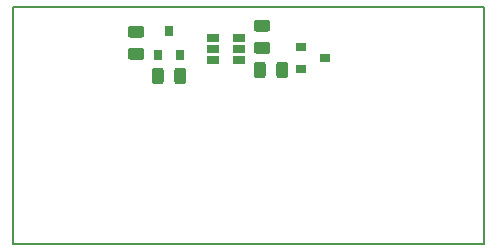
<source format=gbr>
%TF.GenerationSoftware,KiCad,Pcbnew,(5.0.0)*%
%TF.CreationDate,2019-10-30T12:42:45-05:00*%
%TF.ProjectId,Light-Up Hat,4C696768742D5570204861742E6B6963,rev?*%
%TF.SameCoordinates,Original*%
%TF.FileFunction,Paste,Top*%
%TF.FilePolarity,Positive*%
%FSLAX46Y46*%
G04 Gerber Fmt 4.6, Leading zero omitted, Abs format (unit mm)*
G04 Created by KiCad (PCBNEW (5.0.0)) date 10/30/19 12:42:45*
%MOMM*%
%LPD*%
G01*
G04 APERTURE LIST*
%ADD10C,0.200000*%
%ADD11C,0.100000*%
%ADD12C,0.975000*%
%ADD13R,1.060000X0.650000*%
%ADD14R,0.900000X0.800000*%
%ADD15R,0.800000X0.900000*%
G04 APERTURE END LIST*
D10*
X124460000Y-111506000D02*
X124460000Y-91440000D01*
X164338000Y-111506000D02*
X124460000Y-111506000D01*
X164338000Y-91440000D02*
X164338000Y-111506000D01*
X124460000Y-91440000D02*
X164338000Y-91440000D01*
D11*
G36*
X135354142Y-93064174D02*
X135377803Y-93067684D01*
X135401007Y-93073496D01*
X135423529Y-93081554D01*
X135445153Y-93091782D01*
X135465670Y-93104079D01*
X135484883Y-93118329D01*
X135502607Y-93134393D01*
X135518671Y-93152117D01*
X135532921Y-93171330D01*
X135545218Y-93191847D01*
X135555446Y-93213471D01*
X135563504Y-93235993D01*
X135569316Y-93259197D01*
X135572826Y-93282858D01*
X135574000Y-93306750D01*
X135574000Y-93794250D01*
X135572826Y-93818142D01*
X135569316Y-93841803D01*
X135563504Y-93865007D01*
X135555446Y-93887529D01*
X135545218Y-93909153D01*
X135532921Y-93929670D01*
X135518671Y-93948883D01*
X135502607Y-93966607D01*
X135484883Y-93982671D01*
X135465670Y-93996921D01*
X135445153Y-94009218D01*
X135423529Y-94019446D01*
X135401007Y-94027504D01*
X135377803Y-94033316D01*
X135354142Y-94036826D01*
X135330250Y-94038000D01*
X134417750Y-94038000D01*
X134393858Y-94036826D01*
X134370197Y-94033316D01*
X134346993Y-94027504D01*
X134324471Y-94019446D01*
X134302847Y-94009218D01*
X134282330Y-93996921D01*
X134263117Y-93982671D01*
X134245393Y-93966607D01*
X134229329Y-93948883D01*
X134215079Y-93929670D01*
X134202782Y-93909153D01*
X134192554Y-93887529D01*
X134184496Y-93865007D01*
X134178684Y-93841803D01*
X134175174Y-93818142D01*
X134174000Y-93794250D01*
X134174000Y-93306750D01*
X134175174Y-93282858D01*
X134178684Y-93259197D01*
X134184496Y-93235993D01*
X134192554Y-93213471D01*
X134202782Y-93191847D01*
X134215079Y-93171330D01*
X134229329Y-93152117D01*
X134245393Y-93134393D01*
X134263117Y-93118329D01*
X134282330Y-93104079D01*
X134302847Y-93091782D01*
X134324471Y-93081554D01*
X134346993Y-93073496D01*
X134370197Y-93067684D01*
X134393858Y-93064174D01*
X134417750Y-93063000D01*
X135330250Y-93063000D01*
X135354142Y-93064174D01*
X135354142Y-93064174D01*
G37*
D12*
X134874000Y-93550500D03*
D11*
G36*
X135354142Y-94939174D02*
X135377803Y-94942684D01*
X135401007Y-94948496D01*
X135423529Y-94956554D01*
X135445153Y-94966782D01*
X135465670Y-94979079D01*
X135484883Y-94993329D01*
X135502607Y-95009393D01*
X135518671Y-95027117D01*
X135532921Y-95046330D01*
X135545218Y-95066847D01*
X135555446Y-95088471D01*
X135563504Y-95110993D01*
X135569316Y-95134197D01*
X135572826Y-95157858D01*
X135574000Y-95181750D01*
X135574000Y-95669250D01*
X135572826Y-95693142D01*
X135569316Y-95716803D01*
X135563504Y-95740007D01*
X135555446Y-95762529D01*
X135545218Y-95784153D01*
X135532921Y-95804670D01*
X135518671Y-95823883D01*
X135502607Y-95841607D01*
X135484883Y-95857671D01*
X135465670Y-95871921D01*
X135445153Y-95884218D01*
X135423529Y-95894446D01*
X135401007Y-95902504D01*
X135377803Y-95908316D01*
X135354142Y-95911826D01*
X135330250Y-95913000D01*
X134417750Y-95913000D01*
X134393858Y-95911826D01*
X134370197Y-95908316D01*
X134346993Y-95902504D01*
X134324471Y-95894446D01*
X134302847Y-95884218D01*
X134282330Y-95871921D01*
X134263117Y-95857671D01*
X134245393Y-95841607D01*
X134229329Y-95823883D01*
X134215079Y-95804670D01*
X134202782Y-95784153D01*
X134192554Y-95762529D01*
X134184496Y-95740007D01*
X134178684Y-95716803D01*
X134175174Y-95693142D01*
X134174000Y-95669250D01*
X134174000Y-95181750D01*
X134175174Y-95157858D01*
X134178684Y-95134197D01*
X134184496Y-95110993D01*
X134192554Y-95088471D01*
X134202782Y-95066847D01*
X134215079Y-95046330D01*
X134229329Y-95027117D01*
X134245393Y-95009393D01*
X134263117Y-94993329D01*
X134282330Y-94979079D01*
X134302847Y-94966782D01*
X134324471Y-94956554D01*
X134346993Y-94948496D01*
X134370197Y-94942684D01*
X134393858Y-94939174D01*
X134417750Y-94938000D01*
X135330250Y-94938000D01*
X135354142Y-94939174D01*
X135354142Y-94939174D01*
G37*
D12*
X134874000Y-95425500D03*
D11*
G36*
X136998142Y-96583174D02*
X137021803Y-96586684D01*
X137045007Y-96592496D01*
X137067529Y-96600554D01*
X137089153Y-96610782D01*
X137109670Y-96623079D01*
X137128883Y-96637329D01*
X137146607Y-96653393D01*
X137162671Y-96671117D01*
X137176921Y-96690330D01*
X137189218Y-96710847D01*
X137199446Y-96732471D01*
X137207504Y-96754993D01*
X137213316Y-96778197D01*
X137216826Y-96801858D01*
X137218000Y-96825750D01*
X137218000Y-97738250D01*
X137216826Y-97762142D01*
X137213316Y-97785803D01*
X137207504Y-97809007D01*
X137199446Y-97831529D01*
X137189218Y-97853153D01*
X137176921Y-97873670D01*
X137162671Y-97892883D01*
X137146607Y-97910607D01*
X137128883Y-97926671D01*
X137109670Y-97940921D01*
X137089153Y-97953218D01*
X137067529Y-97963446D01*
X137045007Y-97971504D01*
X137021803Y-97977316D01*
X136998142Y-97980826D01*
X136974250Y-97982000D01*
X136486750Y-97982000D01*
X136462858Y-97980826D01*
X136439197Y-97977316D01*
X136415993Y-97971504D01*
X136393471Y-97963446D01*
X136371847Y-97953218D01*
X136351330Y-97940921D01*
X136332117Y-97926671D01*
X136314393Y-97910607D01*
X136298329Y-97892883D01*
X136284079Y-97873670D01*
X136271782Y-97853153D01*
X136261554Y-97831529D01*
X136253496Y-97809007D01*
X136247684Y-97785803D01*
X136244174Y-97762142D01*
X136243000Y-97738250D01*
X136243000Y-96825750D01*
X136244174Y-96801858D01*
X136247684Y-96778197D01*
X136253496Y-96754993D01*
X136261554Y-96732471D01*
X136271782Y-96710847D01*
X136284079Y-96690330D01*
X136298329Y-96671117D01*
X136314393Y-96653393D01*
X136332117Y-96637329D01*
X136351330Y-96623079D01*
X136371847Y-96610782D01*
X136393471Y-96600554D01*
X136415993Y-96592496D01*
X136439197Y-96586684D01*
X136462858Y-96583174D01*
X136486750Y-96582000D01*
X136974250Y-96582000D01*
X136998142Y-96583174D01*
X136998142Y-96583174D01*
G37*
D12*
X136730500Y-97282000D03*
D11*
G36*
X138873142Y-96583174D02*
X138896803Y-96586684D01*
X138920007Y-96592496D01*
X138942529Y-96600554D01*
X138964153Y-96610782D01*
X138984670Y-96623079D01*
X139003883Y-96637329D01*
X139021607Y-96653393D01*
X139037671Y-96671117D01*
X139051921Y-96690330D01*
X139064218Y-96710847D01*
X139074446Y-96732471D01*
X139082504Y-96754993D01*
X139088316Y-96778197D01*
X139091826Y-96801858D01*
X139093000Y-96825750D01*
X139093000Y-97738250D01*
X139091826Y-97762142D01*
X139088316Y-97785803D01*
X139082504Y-97809007D01*
X139074446Y-97831529D01*
X139064218Y-97853153D01*
X139051921Y-97873670D01*
X139037671Y-97892883D01*
X139021607Y-97910607D01*
X139003883Y-97926671D01*
X138984670Y-97940921D01*
X138964153Y-97953218D01*
X138942529Y-97963446D01*
X138920007Y-97971504D01*
X138896803Y-97977316D01*
X138873142Y-97980826D01*
X138849250Y-97982000D01*
X138361750Y-97982000D01*
X138337858Y-97980826D01*
X138314197Y-97977316D01*
X138290993Y-97971504D01*
X138268471Y-97963446D01*
X138246847Y-97953218D01*
X138226330Y-97940921D01*
X138207117Y-97926671D01*
X138189393Y-97910607D01*
X138173329Y-97892883D01*
X138159079Y-97873670D01*
X138146782Y-97853153D01*
X138136554Y-97831529D01*
X138128496Y-97809007D01*
X138122684Y-97785803D01*
X138119174Y-97762142D01*
X138118000Y-97738250D01*
X138118000Y-96825750D01*
X138119174Y-96801858D01*
X138122684Y-96778197D01*
X138128496Y-96754993D01*
X138136554Y-96732471D01*
X138146782Y-96710847D01*
X138159079Y-96690330D01*
X138173329Y-96671117D01*
X138189393Y-96653393D01*
X138207117Y-96637329D01*
X138226330Y-96623079D01*
X138246847Y-96610782D01*
X138268471Y-96600554D01*
X138290993Y-96592496D01*
X138314197Y-96586684D01*
X138337858Y-96583174D01*
X138361750Y-96582000D01*
X138849250Y-96582000D01*
X138873142Y-96583174D01*
X138873142Y-96583174D01*
G37*
D12*
X138605500Y-97282000D03*
D11*
G36*
X146022142Y-94431174D02*
X146045803Y-94434684D01*
X146069007Y-94440496D01*
X146091529Y-94448554D01*
X146113153Y-94458782D01*
X146133670Y-94471079D01*
X146152883Y-94485329D01*
X146170607Y-94501393D01*
X146186671Y-94519117D01*
X146200921Y-94538330D01*
X146213218Y-94558847D01*
X146223446Y-94580471D01*
X146231504Y-94602993D01*
X146237316Y-94626197D01*
X146240826Y-94649858D01*
X146242000Y-94673750D01*
X146242000Y-95161250D01*
X146240826Y-95185142D01*
X146237316Y-95208803D01*
X146231504Y-95232007D01*
X146223446Y-95254529D01*
X146213218Y-95276153D01*
X146200921Y-95296670D01*
X146186671Y-95315883D01*
X146170607Y-95333607D01*
X146152883Y-95349671D01*
X146133670Y-95363921D01*
X146113153Y-95376218D01*
X146091529Y-95386446D01*
X146069007Y-95394504D01*
X146045803Y-95400316D01*
X146022142Y-95403826D01*
X145998250Y-95405000D01*
X145085750Y-95405000D01*
X145061858Y-95403826D01*
X145038197Y-95400316D01*
X145014993Y-95394504D01*
X144992471Y-95386446D01*
X144970847Y-95376218D01*
X144950330Y-95363921D01*
X144931117Y-95349671D01*
X144913393Y-95333607D01*
X144897329Y-95315883D01*
X144883079Y-95296670D01*
X144870782Y-95276153D01*
X144860554Y-95254529D01*
X144852496Y-95232007D01*
X144846684Y-95208803D01*
X144843174Y-95185142D01*
X144842000Y-95161250D01*
X144842000Y-94673750D01*
X144843174Y-94649858D01*
X144846684Y-94626197D01*
X144852496Y-94602993D01*
X144860554Y-94580471D01*
X144870782Y-94558847D01*
X144883079Y-94538330D01*
X144897329Y-94519117D01*
X144913393Y-94501393D01*
X144931117Y-94485329D01*
X144950330Y-94471079D01*
X144970847Y-94458782D01*
X144992471Y-94448554D01*
X145014993Y-94440496D01*
X145038197Y-94434684D01*
X145061858Y-94431174D01*
X145085750Y-94430000D01*
X145998250Y-94430000D01*
X146022142Y-94431174D01*
X146022142Y-94431174D01*
G37*
D12*
X145542000Y-94917500D03*
D11*
G36*
X146022142Y-92556174D02*
X146045803Y-92559684D01*
X146069007Y-92565496D01*
X146091529Y-92573554D01*
X146113153Y-92583782D01*
X146133670Y-92596079D01*
X146152883Y-92610329D01*
X146170607Y-92626393D01*
X146186671Y-92644117D01*
X146200921Y-92663330D01*
X146213218Y-92683847D01*
X146223446Y-92705471D01*
X146231504Y-92727993D01*
X146237316Y-92751197D01*
X146240826Y-92774858D01*
X146242000Y-92798750D01*
X146242000Y-93286250D01*
X146240826Y-93310142D01*
X146237316Y-93333803D01*
X146231504Y-93357007D01*
X146223446Y-93379529D01*
X146213218Y-93401153D01*
X146200921Y-93421670D01*
X146186671Y-93440883D01*
X146170607Y-93458607D01*
X146152883Y-93474671D01*
X146133670Y-93488921D01*
X146113153Y-93501218D01*
X146091529Y-93511446D01*
X146069007Y-93519504D01*
X146045803Y-93525316D01*
X146022142Y-93528826D01*
X145998250Y-93530000D01*
X145085750Y-93530000D01*
X145061858Y-93528826D01*
X145038197Y-93525316D01*
X145014993Y-93519504D01*
X144992471Y-93511446D01*
X144970847Y-93501218D01*
X144950330Y-93488921D01*
X144931117Y-93474671D01*
X144913393Y-93458607D01*
X144897329Y-93440883D01*
X144883079Y-93421670D01*
X144870782Y-93401153D01*
X144860554Y-93379529D01*
X144852496Y-93357007D01*
X144846684Y-93333803D01*
X144843174Y-93310142D01*
X144842000Y-93286250D01*
X144842000Y-92798750D01*
X144843174Y-92774858D01*
X144846684Y-92751197D01*
X144852496Y-92727993D01*
X144860554Y-92705471D01*
X144870782Y-92683847D01*
X144883079Y-92663330D01*
X144897329Y-92644117D01*
X144913393Y-92626393D01*
X144931117Y-92610329D01*
X144950330Y-92596079D01*
X144970847Y-92583782D01*
X144992471Y-92573554D01*
X145014993Y-92565496D01*
X145038197Y-92559684D01*
X145061858Y-92556174D01*
X145085750Y-92555000D01*
X145998250Y-92555000D01*
X146022142Y-92556174D01*
X146022142Y-92556174D01*
G37*
D12*
X145542000Y-93042500D03*
D11*
G36*
X147509142Y-96075174D02*
X147532803Y-96078684D01*
X147556007Y-96084496D01*
X147578529Y-96092554D01*
X147600153Y-96102782D01*
X147620670Y-96115079D01*
X147639883Y-96129329D01*
X147657607Y-96145393D01*
X147673671Y-96163117D01*
X147687921Y-96182330D01*
X147700218Y-96202847D01*
X147710446Y-96224471D01*
X147718504Y-96246993D01*
X147724316Y-96270197D01*
X147727826Y-96293858D01*
X147729000Y-96317750D01*
X147729000Y-97230250D01*
X147727826Y-97254142D01*
X147724316Y-97277803D01*
X147718504Y-97301007D01*
X147710446Y-97323529D01*
X147700218Y-97345153D01*
X147687921Y-97365670D01*
X147673671Y-97384883D01*
X147657607Y-97402607D01*
X147639883Y-97418671D01*
X147620670Y-97432921D01*
X147600153Y-97445218D01*
X147578529Y-97455446D01*
X147556007Y-97463504D01*
X147532803Y-97469316D01*
X147509142Y-97472826D01*
X147485250Y-97474000D01*
X146997750Y-97474000D01*
X146973858Y-97472826D01*
X146950197Y-97469316D01*
X146926993Y-97463504D01*
X146904471Y-97455446D01*
X146882847Y-97445218D01*
X146862330Y-97432921D01*
X146843117Y-97418671D01*
X146825393Y-97402607D01*
X146809329Y-97384883D01*
X146795079Y-97365670D01*
X146782782Y-97345153D01*
X146772554Y-97323529D01*
X146764496Y-97301007D01*
X146758684Y-97277803D01*
X146755174Y-97254142D01*
X146754000Y-97230250D01*
X146754000Y-96317750D01*
X146755174Y-96293858D01*
X146758684Y-96270197D01*
X146764496Y-96246993D01*
X146772554Y-96224471D01*
X146782782Y-96202847D01*
X146795079Y-96182330D01*
X146809329Y-96163117D01*
X146825393Y-96145393D01*
X146843117Y-96129329D01*
X146862330Y-96115079D01*
X146882847Y-96102782D01*
X146904471Y-96092554D01*
X146926993Y-96084496D01*
X146950197Y-96078684D01*
X146973858Y-96075174D01*
X146997750Y-96074000D01*
X147485250Y-96074000D01*
X147509142Y-96075174D01*
X147509142Y-96075174D01*
G37*
D12*
X147241500Y-96774000D03*
D11*
G36*
X145634142Y-96075174D02*
X145657803Y-96078684D01*
X145681007Y-96084496D01*
X145703529Y-96092554D01*
X145725153Y-96102782D01*
X145745670Y-96115079D01*
X145764883Y-96129329D01*
X145782607Y-96145393D01*
X145798671Y-96163117D01*
X145812921Y-96182330D01*
X145825218Y-96202847D01*
X145835446Y-96224471D01*
X145843504Y-96246993D01*
X145849316Y-96270197D01*
X145852826Y-96293858D01*
X145854000Y-96317750D01*
X145854000Y-97230250D01*
X145852826Y-97254142D01*
X145849316Y-97277803D01*
X145843504Y-97301007D01*
X145835446Y-97323529D01*
X145825218Y-97345153D01*
X145812921Y-97365670D01*
X145798671Y-97384883D01*
X145782607Y-97402607D01*
X145764883Y-97418671D01*
X145745670Y-97432921D01*
X145725153Y-97445218D01*
X145703529Y-97455446D01*
X145681007Y-97463504D01*
X145657803Y-97469316D01*
X145634142Y-97472826D01*
X145610250Y-97474000D01*
X145122750Y-97474000D01*
X145098858Y-97472826D01*
X145075197Y-97469316D01*
X145051993Y-97463504D01*
X145029471Y-97455446D01*
X145007847Y-97445218D01*
X144987330Y-97432921D01*
X144968117Y-97418671D01*
X144950393Y-97402607D01*
X144934329Y-97384883D01*
X144920079Y-97365670D01*
X144907782Y-97345153D01*
X144897554Y-97323529D01*
X144889496Y-97301007D01*
X144883684Y-97277803D01*
X144880174Y-97254142D01*
X144879000Y-97230250D01*
X144879000Y-96317750D01*
X144880174Y-96293858D01*
X144883684Y-96270197D01*
X144889496Y-96246993D01*
X144897554Y-96224471D01*
X144907782Y-96202847D01*
X144920079Y-96182330D01*
X144934329Y-96163117D01*
X144950393Y-96145393D01*
X144968117Y-96129329D01*
X144987330Y-96115079D01*
X145007847Y-96102782D01*
X145029471Y-96092554D01*
X145051993Y-96084496D01*
X145075197Y-96078684D01*
X145098858Y-96075174D01*
X145122750Y-96074000D01*
X145610250Y-96074000D01*
X145634142Y-96075174D01*
X145634142Y-96075174D01*
G37*
D12*
X145366500Y-96774000D03*
D13*
X141394000Y-94046000D03*
X141394000Y-94996000D03*
X141394000Y-95946000D03*
X143594000Y-95946000D03*
X143594000Y-94046000D03*
X143594000Y-94996000D03*
D14*
X148860000Y-94808000D03*
X148860000Y-96708000D03*
X150860000Y-95758000D03*
D15*
X137668000Y-93488000D03*
X138618000Y-95488000D03*
X136718000Y-95488000D03*
M02*

</source>
